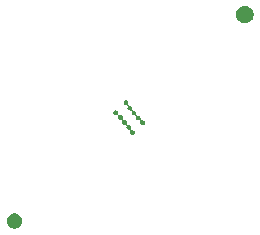
<source format=gbr>
G04 #@! TF.GenerationSoftware,KiCad,Pcbnew,5.0.2-bee76a0~70~ubuntu18.04.1*
G04 #@! TF.CreationDate,2019-05-27T20:40:17+02:00*
G04 #@! TF.ProjectId,upper_Sensor,75707065-725f-4536-956e-736f722e6b69,rev?*
G04 #@! TF.SameCoordinates,Original*
G04 #@! TF.FileFunction,Soldermask,Bot*
G04 #@! TF.FilePolarity,Negative*
%FSLAX46Y46*%
G04 Gerber Fmt 4.6, Leading zero omitted, Abs format (unit mm)*
G04 Created by KiCad (PCBNEW 5.0.2-bee76a0~70~ubuntu18.04.1) date Mo 27 Mai 2019 20:40:17 CEST*
%MOMM*%
%LPD*%
G01*
G04 APERTURE LIST*
%ADD10C,0.100000*%
G04 APERTURE END LIST*
D10*
G36*
X110189890Y-79374017D02*
X110308361Y-79423089D01*
X110414992Y-79494338D01*
X110505662Y-79585008D01*
X110576911Y-79691639D01*
X110625983Y-79810110D01*
X110651000Y-79935881D01*
X110651000Y-80064119D01*
X110625983Y-80189890D01*
X110576911Y-80308361D01*
X110505662Y-80414992D01*
X110414992Y-80505662D01*
X110308361Y-80576911D01*
X110189890Y-80625983D01*
X110064119Y-80651000D01*
X109935881Y-80651000D01*
X109810110Y-80625983D01*
X109691639Y-80576911D01*
X109585008Y-80505662D01*
X109494338Y-80414992D01*
X109423089Y-80308361D01*
X109374017Y-80189890D01*
X109349000Y-80064119D01*
X109349000Y-79935881D01*
X109374017Y-79810110D01*
X109423089Y-79691639D01*
X109494338Y-79585008D01*
X109585008Y-79494338D01*
X109691639Y-79423089D01*
X109810110Y-79374017D01*
X109935881Y-79349000D01*
X110064119Y-79349000D01*
X110189890Y-79374017D01*
X110189890Y-79374017D01*
G37*
G36*
X118598402Y-70627536D02*
X118633846Y-70634586D01*
X118670425Y-70649738D01*
X118670427Y-70649739D01*
X118703347Y-70671736D01*
X118731342Y-70699731D01*
X118749866Y-70727453D01*
X118753340Y-70732653D01*
X118768492Y-70769232D01*
X118776216Y-70808065D01*
X118776216Y-70847659D01*
X118770791Y-70874932D01*
X118768390Y-70899311D01*
X118770792Y-70923697D01*
X118777905Y-70947146D01*
X118789456Y-70968757D01*
X118805001Y-70987700D01*
X118823943Y-71003245D01*
X118845553Y-71014796D01*
X118869003Y-71021910D01*
X118893389Y-71024312D01*
X118917776Y-71021910D01*
X118947252Y-71016047D01*
X118986848Y-71016047D01*
X118996555Y-71017978D01*
X119025680Y-71023771D01*
X119062259Y-71038923D01*
X119062261Y-71038924D01*
X119077131Y-71048860D01*
X119095180Y-71060920D01*
X119123177Y-71088917D01*
X119134100Y-71105265D01*
X119144469Y-71120782D01*
X119145174Y-71121838D01*
X119160326Y-71158417D01*
X119164956Y-71181697D01*
X119168050Y-71197249D01*
X119168050Y-71236845D01*
X119158343Y-71285646D01*
X119157106Y-71289723D01*
X119154703Y-71314110D01*
X119157104Y-71338496D01*
X119164216Y-71361945D01*
X119175766Y-71383557D01*
X119191311Y-71402500D01*
X119210252Y-71418046D01*
X119231863Y-71429598D01*
X119255311Y-71436712D01*
X119279698Y-71439115D01*
X119297418Y-71437370D01*
X119340382Y-71437370D01*
X119349154Y-71439115D01*
X119379214Y-71445094D01*
X119415793Y-71460246D01*
X119415795Y-71460247D01*
X119421175Y-71463842D01*
X119435417Y-71473358D01*
X119448715Y-71482244D01*
X119476710Y-71510239D01*
X119497470Y-71541307D01*
X119498708Y-71543161D01*
X119513860Y-71579740D01*
X119516824Y-71594644D01*
X119521584Y-71618572D01*
X119521584Y-71658168D01*
X119511882Y-71706945D01*
X119510641Y-71711032D01*
X119508235Y-71735418D01*
X119510632Y-71759805D01*
X119517741Y-71783255D01*
X119529288Y-71804868D01*
X119544830Y-71823813D01*
X119563769Y-71839362D01*
X119585378Y-71850918D01*
X119608825Y-71858036D01*
X119633211Y-71860442D01*
X119650950Y-71858697D01*
X119693915Y-71858697D01*
X119697293Y-71859369D01*
X119732747Y-71866421D01*
X119769326Y-71881573D01*
X119769328Y-71881574D01*
X119802248Y-71903571D01*
X119830243Y-71931566D01*
X119851013Y-71962649D01*
X119852241Y-71964488D01*
X119867393Y-72001067D01*
X119875117Y-72039900D01*
X119875117Y-72079494D01*
X119867393Y-72118327D01*
X119858695Y-72139324D01*
X119851582Y-72162773D01*
X119849180Y-72187160D01*
X119851582Y-72211546D01*
X119858695Y-72234995D01*
X119870246Y-72256606D01*
X119885791Y-72275548D01*
X119904734Y-72291094D01*
X119926344Y-72302645D01*
X119949793Y-72309758D01*
X119974180Y-72312160D01*
X120009146Y-72312160D01*
X120018853Y-72314091D01*
X120047978Y-72319884D01*
X120084557Y-72335036D01*
X120084559Y-72335037D01*
X120101130Y-72346110D01*
X120117478Y-72357033D01*
X120145475Y-72385030D01*
X120156398Y-72401378D01*
X120162216Y-72410084D01*
X120167472Y-72417951D01*
X120182624Y-72454530D01*
X120190348Y-72493363D01*
X120190348Y-72532957D01*
X120182624Y-72571790D01*
X120167472Y-72608369D01*
X120167471Y-72608371D01*
X120145474Y-72641291D01*
X120117479Y-72669286D01*
X120084559Y-72691283D01*
X120084558Y-72691284D01*
X120084557Y-72691284D01*
X120047978Y-72706436D01*
X120018853Y-72712229D01*
X120009146Y-72714160D01*
X119969550Y-72714160D01*
X119959843Y-72712229D01*
X119930718Y-72706436D01*
X119894139Y-72691284D01*
X119894138Y-72691284D01*
X119894137Y-72691283D01*
X119861217Y-72669286D01*
X119833222Y-72641291D01*
X119811225Y-72608371D01*
X119811224Y-72608369D01*
X119796072Y-72571790D01*
X119788348Y-72532957D01*
X119788348Y-72493363D01*
X119796072Y-72454530D01*
X119804771Y-72433529D01*
X119811883Y-72410084D01*
X119814285Y-72385697D01*
X119811883Y-72361311D01*
X119804770Y-72337862D01*
X119793219Y-72316251D01*
X119777674Y-72297309D01*
X119758731Y-72281763D01*
X119737121Y-72270212D01*
X119713672Y-72263099D01*
X119689285Y-72260697D01*
X119654319Y-72260697D01*
X119644612Y-72258766D01*
X119615487Y-72252973D01*
X119578908Y-72237821D01*
X119578907Y-72237821D01*
X119578906Y-72237820D01*
X119545986Y-72215823D01*
X119517991Y-72187828D01*
X119517545Y-72187160D01*
X119507067Y-72171479D01*
X119495994Y-72154908D01*
X119489539Y-72139324D01*
X119480841Y-72118327D01*
X119473117Y-72079494D01*
X119473117Y-72039900D01*
X119480841Y-72001067D01*
X119482819Y-71991122D01*
X119484060Y-71987035D01*
X119486466Y-71962649D01*
X119484069Y-71938262D01*
X119476960Y-71914812D01*
X119465413Y-71893199D01*
X119449871Y-71874254D01*
X119430932Y-71858705D01*
X119409323Y-71847149D01*
X119385876Y-71840031D01*
X119361490Y-71837625D01*
X119343751Y-71839370D01*
X119300786Y-71839370D01*
X119291079Y-71837439D01*
X119261954Y-71831646D01*
X119225375Y-71816494D01*
X119225374Y-71816494D01*
X119225373Y-71816493D01*
X119192453Y-71794496D01*
X119164458Y-71766501D01*
X119142461Y-71733581D01*
X119138792Y-71724723D01*
X119127308Y-71697000D01*
X119119584Y-71658167D01*
X119119584Y-71618573D01*
X119127308Y-71579740D01*
X119129291Y-71569771D01*
X119130528Y-71565694D01*
X119132931Y-71541307D01*
X119130530Y-71516921D01*
X119123418Y-71493472D01*
X119111868Y-71471860D01*
X119096323Y-71452917D01*
X119077382Y-71437371D01*
X119055771Y-71425819D01*
X119032323Y-71418705D01*
X119007936Y-71416302D01*
X118990216Y-71418047D01*
X118947252Y-71418047D01*
X118937545Y-71416116D01*
X118908420Y-71410323D01*
X118871841Y-71395171D01*
X118871840Y-71395171D01*
X118871839Y-71395170D01*
X118838919Y-71373173D01*
X118810924Y-71345178D01*
X118804483Y-71335538D01*
X118796754Y-71323971D01*
X118788927Y-71312258D01*
X118782485Y-71296706D01*
X118773774Y-71275677D01*
X118766050Y-71236844D01*
X118766050Y-71197250D01*
X118771475Y-71169977D01*
X118773876Y-71145598D01*
X118771474Y-71121212D01*
X118764361Y-71097763D01*
X118752810Y-71076152D01*
X118737265Y-71057209D01*
X118718323Y-71041664D01*
X118696713Y-71030113D01*
X118673263Y-71022999D01*
X118648877Y-71020597D01*
X118624490Y-71022999D01*
X118595014Y-71028862D01*
X118555418Y-71028862D01*
X118545711Y-71026931D01*
X118516586Y-71021138D01*
X118480007Y-71005986D01*
X118480006Y-71005986D01*
X118480005Y-71005985D01*
X118447085Y-70983988D01*
X118419090Y-70955993D01*
X118416870Y-70952670D01*
X118408166Y-70939644D01*
X118397093Y-70923073D01*
X118397092Y-70923071D01*
X118381940Y-70886492D01*
X118374216Y-70847659D01*
X118374216Y-70808065D01*
X118381940Y-70769232D01*
X118397092Y-70732653D01*
X118400567Y-70727453D01*
X118419090Y-70699731D01*
X118447085Y-70671736D01*
X118480005Y-70649739D01*
X118480007Y-70649738D01*
X118516586Y-70634586D01*
X118552030Y-70627536D01*
X118555418Y-70626862D01*
X118595014Y-70626862D01*
X118598402Y-70627536D01*
X118598402Y-70627536D01*
G37*
G36*
X119477369Y-69781727D02*
X119506494Y-69787520D01*
X119543073Y-69802672D01*
X119543075Y-69802673D01*
X119559646Y-69813746D01*
X119575994Y-69824669D01*
X119603991Y-69852666D01*
X119625988Y-69885587D01*
X119641140Y-69922166D01*
X119648864Y-69960999D01*
X119648864Y-70000593D01*
X119641141Y-70039423D01*
X119641140Y-70039425D01*
X119632442Y-70060423D01*
X119625328Y-70083872D01*
X119622926Y-70108258D01*
X119625327Y-70132644D01*
X119632440Y-70156093D01*
X119643991Y-70177704D01*
X119659536Y-70196647D01*
X119678478Y-70212192D01*
X119700089Y-70223744D01*
X119723538Y-70230858D01*
X119747926Y-70233260D01*
X119782894Y-70233260D01*
X119792601Y-70235191D01*
X119821726Y-70240984D01*
X119858305Y-70256136D01*
X119858307Y-70256137D01*
X119891227Y-70278134D01*
X119919222Y-70306129D01*
X119935964Y-70331184D01*
X119941220Y-70339051D01*
X119956372Y-70375630D01*
X119962165Y-70404755D01*
X119964096Y-70414462D01*
X119964096Y-70454058D01*
X119954385Y-70502880D01*
X119953148Y-70506959D01*
X119950749Y-70531346D01*
X119953154Y-70555732D01*
X119960271Y-70579180D01*
X119971825Y-70600789D01*
X119987373Y-70619729D01*
X120006317Y-70635272D01*
X120027929Y-70646820D01*
X120051379Y-70653930D01*
X120075766Y-70656329D01*
X120093466Y-70654584D01*
X120136426Y-70654584D01*
X120145198Y-70656329D01*
X120175258Y-70662308D01*
X120211837Y-70677460D01*
X120211839Y-70677461D01*
X120228410Y-70688534D01*
X120244758Y-70699457D01*
X120272755Y-70727454D01*
X120294752Y-70760375D01*
X120309904Y-70796954D01*
X120312114Y-70808065D01*
X120317628Y-70835786D01*
X120317628Y-70875382D01*
X120307917Y-70924204D01*
X120306680Y-70928283D01*
X120304281Y-70952670D01*
X120306686Y-70977056D01*
X120313803Y-71000504D01*
X120325357Y-71022113D01*
X120340905Y-71041053D01*
X120359849Y-71056596D01*
X120381461Y-71068144D01*
X120404911Y-71075254D01*
X120429298Y-71077653D01*
X120447003Y-71075908D01*
X120489959Y-71075908D01*
X120498731Y-71077653D01*
X120528791Y-71083632D01*
X120562905Y-71097763D01*
X120565372Y-71098785D01*
X120581943Y-71109858D01*
X120598291Y-71120781D01*
X120626288Y-71148778D01*
X120648285Y-71181699D01*
X120663437Y-71218278D01*
X120671161Y-71257111D01*
X120671161Y-71296705D01*
X120665736Y-71323978D01*
X120663335Y-71348357D01*
X120665737Y-71372743D01*
X120672850Y-71396192D01*
X120684401Y-71417803D01*
X120699946Y-71436746D01*
X120718888Y-71452291D01*
X120740498Y-71463842D01*
X120763948Y-71470956D01*
X120788334Y-71473358D01*
X120812717Y-71470957D01*
X120842200Y-71465093D01*
X120881795Y-71465093D01*
X120891502Y-71467024D01*
X120920627Y-71472817D01*
X120957206Y-71487969D01*
X120957208Y-71487970D01*
X120990128Y-71509967D01*
X121018123Y-71537962D01*
X121039378Y-71569771D01*
X121040121Y-71570884D01*
X121055273Y-71607463D01*
X121062997Y-71646296D01*
X121062997Y-71685890D01*
X121055273Y-71724723D01*
X121040121Y-71761302D01*
X121018124Y-71794223D01*
X120990127Y-71822220D01*
X120976020Y-71831646D01*
X120957208Y-71844216D01*
X120957207Y-71844217D01*
X120957206Y-71844217D01*
X120920627Y-71859369D01*
X120891502Y-71865162D01*
X120881795Y-71867093D01*
X120842199Y-71867093D01*
X120832492Y-71865162D01*
X120803367Y-71859369D01*
X120766788Y-71844217D01*
X120766787Y-71844217D01*
X120766786Y-71844216D01*
X120747974Y-71831646D01*
X120733867Y-71822220D01*
X120705870Y-71794223D01*
X120683873Y-71761302D01*
X120668721Y-71724723D01*
X120660997Y-71685890D01*
X120660997Y-71646296D01*
X120666422Y-71619023D01*
X120668823Y-71594644D01*
X120666421Y-71570258D01*
X120659308Y-71546809D01*
X120647757Y-71525198D01*
X120632212Y-71506255D01*
X120613270Y-71490710D01*
X120591660Y-71479159D01*
X120568210Y-71472045D01*
X120543824Y-71469643D01*
X120519441Y-71472044D01*
X120489958Y-71477908D01*
X120450363Y-71477908D01*
X120440656Y-71475977D01*
X120411531Y-71470184D01*
X120374952Y-71455032D01*
X120374951Y-71455032D01*
X120374950Y-71455031D01*
X120358379Y-71443958D01*
X120342031Y-71433035D01*
X120314034Y-71405038D01*
X120292743Y-71373174D01*
X120292038Y-71372119D01*
X120292037Y-71372117D01*
X120276885Y-71335538D01*
X120269161Y-71296705D01*
X120269161Y-71257111D01*
X120276885Y-71218278D01*
X120278872Y-71208288D01*
X120280109Y-71204209D01*
X120282508Y-71179822D01*
X120280103Y-71155436D01*
X120272986Y-71131988D01*
X120261432Y-71110379D01*
X120245884Y-71091439D01*
X120226940Y-71075896D01*
X120205328Y-71064348D01*
X120181878Y-71057238D01*
X120157491Y-71054839D01*
X120139786Y-71056584D01*
X120096830Y-71056584D01*
X120087123Y-71054653D01*
X120057998Y-71048860D01*
X120021419Y-71033708D01*
X120021418Y-71033708D01*
X120021417Y-71033707D01*
X120001797Y-71020597D01*
X119988498Y-71011711D01*
X119960501Y-70983714D01*
X119949578Y-70967366D01*
X119938505Y-70950795D01*
X119938504Y-70950793D01*
X119923352Y-70914214D01*
X119915628Y-70875381D01*
X119915628Y-70835787D01*
X119923352Y-70796954D01*
X119925339Y-70786964D01*
X119926576Y-70782885D01*
X119928975Y-70758498D01*
X119926570Y-70734112D01*
X119919453Y-70710664D01*
X119907899Y-70689055D01*
X119892351Y-70670115D01*
X119873407Y-70654572D01*
X119851795Y-70643024D01*
X119828345Y-70635914D01*
X119803958Y-70633515D01*
X119786258Y-70635260D01*
X119743298Y-70635260D01*
X119733591Y-70633329D01*
X119704466Y-70627536D01*
X119667887Y-70612384D01*
X119667886Y-70612384D01*
X119667885Y-70612383D01*
X119634965Y-70590386D01*
X119606970Y-70562391D01*
X119584973Y-70529471D01*
X119584972Y-70529469D01*
X119569820Y-70492890D01*
X119562096Y-70454057D01*
X119562096Y-70414463D01*
X119569820Y-70375630D01*
X119578519Y-70354629D01*
X119585632Y-70331184D01*
X119588034Y-70306798D01*
X119585633Y-70282412D01*
X119578520Y-70258963D01*
X119566969Y-70237352D01*
X119551424Y-70218409D01*
X119532482Y-70202864D01*
X119510871Y-70191312D01*
X119487422Y-70184198D01*
X119463034Y-70181796D01*
X119428066Y-70181796D01*
X119418359Y-70179865D01*
X119389234Y-70174072D01*
X119352655Y-70158920D01*
X119352654Y-70158920D01*
X119352653Y-70158919D01*
X119319733Y-70136922D01*
X119291738Y-70108927D01*
X119269741Y-70076007D01*
X119263286Y-70060423D01*
X119254588Y-70039426D01*
X119246864Y-70000593D01*
X119246864Y-69960999D01*
X119254588Y-69922166D01*
X119269740Y-69885587D01*
X119291737Y-69852666D01*
X119319734Y-69824669D01*
X119336082Y-69813746D01*
X119352653Y-69802673D01*
X119352655Y-69802672D01*
X119389234Y-69787520D01*
X119418359Y-69781727D01*
X119428066Y-69779796D01*
X119467662Y-69779796D01*
X119477369Y-69781727D01*
X119477369Y-69781727D01*
G37*
G36*
X129632004Y-61760544D02*
X129719059Y-61777860D01*
X129855732Y-61834472D01*
X129855733Y-61834473D01*
X129978738Y-61916662D01*
X130083338Y-62021262D01*
X130083340Y-62021265D01*
X130165528Y-62144268D01*
X130222140Y-62280941D01*
X130251000Y-62426033D01*
X130251000Y-62573967D01*
X130222140Y-62719059D01*
X130165528Y-62855732D01*
X130165527Y-62855733D01*
X130083338Y-62978738D01*
X129978738Y-63083338D01*
X129978735Y-63083340D01*
X129855732Y-63165528D01*
X129719059Y-63222140D01*
X129632004Y-63239456D01*
X129573969Y-63251000D01*
X129426031Y-63251000D01*
X129367996Y-63239456D01*
X129280941Y-63222140D01*
X129144268Y-63165528D01*
X129021265Y-63083340D01*
X129021262Y-63083338D01*
X128916662Y-62978738D01*
X128834473Y-62855733D01*
X128834472Y-62855732D01*
X128777860Y-62719059D01*
X128749000Y-62573967D01*
X128749000Y-62426033D01*
X128777860Y-62280941D01*
X128834472Y-62144268D01*
X128916660Y-62021265D01*
X128916662Y-62021262D01*
X129021262Y-61916662D01*
X129144267Y-61834473D01*
X129144268Y-61834472D01*
X129280941Y-61777860D01*
X129367996Y-61760544D01*
X129426031Y-61749000D01*
X129573969Y-61749000D01*
X129632004Y-61760544D01*
X129632004Y-61760544D01*
G37*
M02*

</source>
